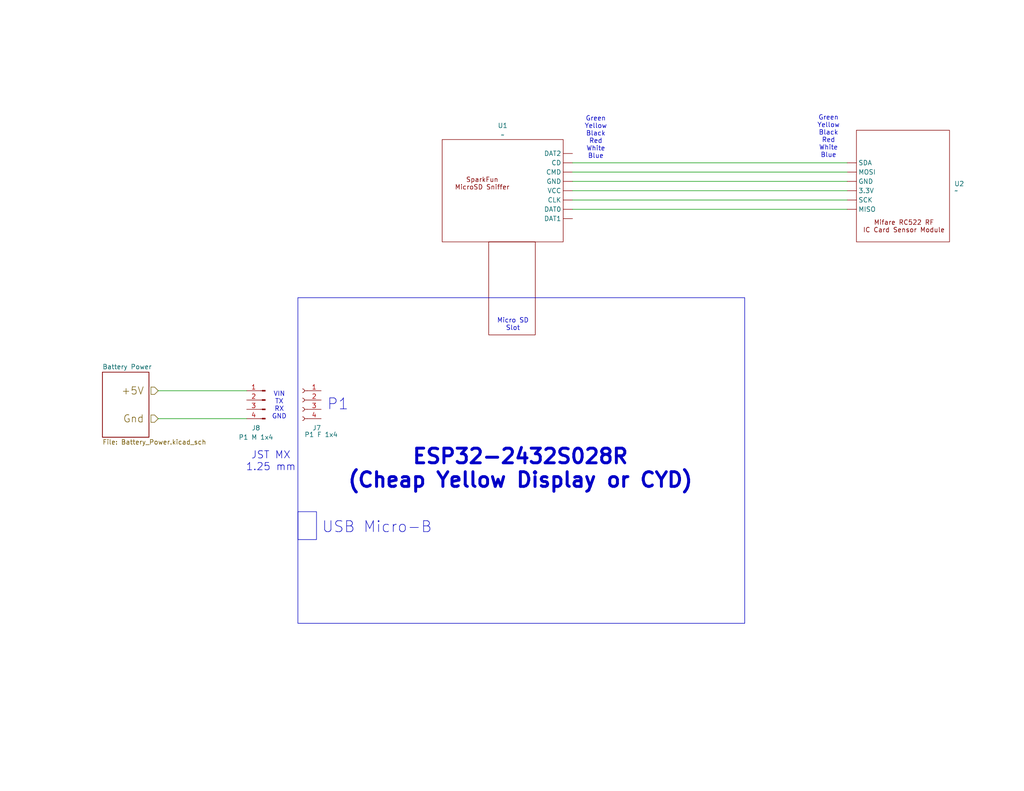
<source format=kicad_sch>
(kicad_sch (version 20250114) (generator "eeschema") (generator_version "9.0")
  (paper "USLetter")
  (title_block (title "UniRemoteCYD") (date "2025-08-08") (rev "Rev 1.0") (company "https://github.com/Mark-MDO47"))
  (lib_symbols
    (symbol "Connector:Conn_01x04_Pin" (pin_names (offset 1.016) (hide yes))
      (property "Reference" "J" (at 0 5.08 0))
      (property "Value" "Conn_01x04_Pin" (at 0 -7.62 0))
      (symbol "Conn_01x04_Pin_1_1"
        (rectangle (start 0.8636 2.667) (end 0 2.413) (stroke (width 0.1524)) (fill (type outline)))
        (rectangle (start 0.8636 0.127) (end 0 -0.127) (stroke (width 0.1524)) (fill (type outline)))
        (rectangle (start 0.8636 -2.413) (end 0 -2.667) (stroke (width 0.1524)) (fill (type outline)))
        (rectangle (start 0.8636 -4.953) (end 0 -5.207) (stroke (width 0.1524)) (fill (type outline)))
        (polyline (pts (xy 1.27 2.54) (xy 0.8636 2.54)) (stroke (width 0.1524)))
        (polyline (pts (xy 1.27 0) (xy 0.8636 0)) (stroke (width 0.1524)))
        (polyline (pts (xy 1.27 -2.54) (xy 0.8636 -2.54)) (stroke (width 0.1524)))
        (polyline (pts (xy 1.27 -5.08) (xy 0.8636 -5.08)) (stroke (width 0.1524)))
        (pin passive line (at 5.08 2.54 180) (length 3.81) (name "Pin_1") (number "1"))
        (pin passive line (at 5.08 0 180) (length 3.81) (name "Pin_2") (number "2"))
        (pin passive line (at 5.08 -2.54 180) (length 3.81) (name "Pin_3") (number "3"))
        (pin passive line (at 5.08 -5.08 180) (length 3.81) (name "Pin_4") (number "4"))
      )
    )
    (symbol "Connector:Conn_01x04_Socket" (pin_names (offset 1.016) (hide yes))
      (property "Reference" "J" (at 0 5.08 0))
      (property "Value" "Conn_01x04_Socket" (at 0 -7.62 0))
      (symbol "Conn_01x04_Socket_1_1"
        (polyline (pts (xy -1.27 2.54) (xy -0.508 2.54)) (stroke (width 0.1524)))
        (polyline (pts (xy -1.27 0) (xy -0.508 0)) (stroke (width 0.1524)))
        (polyline (pts (xy -1.27 -2.54) (xy -0.508 -2.54)) (stroke (width 0.1524)))
        (polyline (pts (xy -1.27 -5.08) (xy -0.508 -5.08)) (stroke (width 0.1524)))
        (arc (start 0 2.032) (mid -0.5058 2.54) (end 0 3.048) (stroke (width 0.1524)))
        (arc (start 0 -0.508) (mid -0.5058 0) (end 0 0.508) (stroke (width 0.1524)))
        (arc (start 0 -3.048) (mid -0.5058 -2.54) (end 0 -2.032) (stroke (width 0.1524)))
        (arc (start 0 -5.588) (mid -0.5058 -5.08) (end 0 -4.572) (stroke (width 0.1524)))
        (pin passive line (at -5.08 2.54 0) (length 3.81) (name "Pin_1") (number "1"))
        (pin passive line (at -5.08 0 0) (length 3.81) (name "Pin_2") (number "2"))
        (pin passive line (at -5.08 -2.54 0) (length 3.81) (name "Pin_3") (number "3"))
        (pin passive line (at -5.08 -5.08 0) (length 3.81) (name "Pin_4") (number "4"))
      )
    )
    (symbol "mdoLibrary:Mifare_RC522_RFID_R/W"
      (property "Reference" "U" (at -0.508 15.24 0))
      (symbol "Mifare_RC522_RFID_R/W_0_1"
        (rectangle (start -12.7 -16.51) (end 12.7 13.97))
      )
      (symbol "Mifare_RC522_RFID_R/W_1_1"
        (text "Mifare RC522 RF\nIC Card Sensor Module" (at 0.254 -12.192 0) (effects (font (size 1.27 1.27))))
        (pin input line (at -15.24 5.08 0) (length 2.54) (name "SDA") (number ""))
        (pin input line (at -15.24 2.54 0) (length 2.54) (name "MOSI") (number ""))
        (pin power_in line (at -15.24 0 0) (length 2.54) (name "GND") (number ""))
        (pin power_in line (at -15.24 -2.54 0) (length 2.54) (name "3.3V") (number ""))
        (pin input line (at -15.24 -5.08 0) (length 2.54) (name "SCK") (number ""))
        (pin output line (at -15.24 -7.62 0) (length 2.54) (name "MISO") (number ""))
      )
    )
    (symbol "mdoLibrary:SparkFun_uSDsniffer" (pin_numbers (hide yes))
      (property "Reference" "U" (at -1.016 18.542 0))
      (symbol "SparkFun_uSDsniffer_0_1"
        (rectangle (start -17.78 16.51) (end 15.24 -11.43))
        (rectangle (start -5.08 -11.43) (end 7.62 -36.83))
      )
      (symbol "SparkFun_uSDsniffer_1_1"
        (text "SparkFun\nMicroSD Sniffer" (at -6.858 4.572 0) (effects (font (size 1.27 1.27))))
        (pin bidirectional line (at 17.78 12.7 180) (length 2.54) (name "DAT2") (number ""))
        (pin output line (at 17.78 10.16 180) (length 2.54) (name "CD") (number ""))
        (pin output line (at 17.78 7.62 180) (length 2.54) (name "CMD") (number ""))
        (pin power_out line (at 17.78 5.08 180) (length 2.54) (name "GND") (number ""))
        (pin power_out line (at 17.78 2.54 180) (length 2.54) (name "VCC") (number ""))
        (pin output line (at 17.78 0 180) (length 2.54) (name "CLK") (number ""))
        (pin bidirectional line (at 17.78 -2.54 180) (length 2.54) (name "DAT0") (number ""))
        (pin bidirectional line (at 17.78 -5.08 180) (length 2.54) (name "DAT1") (number ""))
      )
    )
  )
  (rectangle (start 81.28 81.28) (end 203.2 170.18))
  (rectangle (start 81.28 139.7) (end 86.36 147.32))
  (text "Green\nYellow\nBlack\nRed\nWhite\nBlue" (at 162.56 37.592 0) (effects (font (size 1.27 1.27))))
  (text "ESP32-2432S028R\n(Cheap Yellow Display or CYD)" (at 141.986 128.016 0) (effects (font (size 4 4) (thickness 0.8) (bold yes))))
  (text "JST MX\n1.25 mm" (at 73.914 125.984 0) (effects (font (size 2 2))))
  (text "P1" (at 92.202 110.49 0) (effects (font (size 3 3))))
  (text "VIN\nTX\nRX\nGND" (at 76.2 110.744 0) (effects (font (size 1.27 1.27))))
  (text "Green\nYellow\nBlack\nRed\nWhite\nBlue" (at 226.06 37.338 0) (effects (font (size 1.27 1.27))))
  (text "Micro SD\nSlot" (at 139.954 88.646 0) (effects (font (size 1.27 1.27))))
  (text "USB Micro-B" (at 102.87 144.018 0) (effects (font (size 3 3))))
  (wire (pts (xy 156.21 44.45) (xy 231.14 44.45)))
  (wire (pts (xy 156.21 57.15) (xy 231.14 57.15)))
  (wire (pts (xy 156.21 49.53) (xy 231.14 49.53)))
  (wire (pts (xy 156.21 54.61) (xy 231.14 54.61)))
  (wire (pts (xy 43.18 106.68) (xy 67.31 106.68)))
  (wire (pts (xy 156.21 52.07) (xy 231.14 52.07)))
  (wire (pts (xy 156.21 46.99) (xy 231.14 46.99)))
  (wire (pts (xy 43.18 114.3) (xy 67.31 114.3)))
  (hierarchical_label "+5V " (shape input) (at 43.18 106.68 180) (effects (font (size 2 2))))
  (hierarchical_label "Gnd " (shape input) (at 43.18 114.3 180) (effects (font (size 2 2))))
  (symbol (lib_id "Connector:Conn_01x04_Socket") (at 82.55 109.22 0) (mirror y) (unit 1)
    (property "Reference" "J7" (at 87.63 116.84 0) (effects (justify left)))
    (property "Value" "P1 F 1x4" (at 87.63 119.38 0) (effects (justify bottom)))
  )
  (symbol (lib_id "mdoLibrary:Mifare_RC522_RFID_R/W") (at 246.38 49.53 0) (unit 1)
    (property "Reference" "U2" (at 260.35 50.1649 0) (effects (justify left)))
    (property "Value" "~" (at 260.35 52.07 0) (effects (justify left)))
  )
  (symbol (lib_id "mdoLibrary:SparkFun_uSDsniffer") (at 138.43 54.61 0) (unit 1)
    (property "Reference" "U1" (at 137.16 34.29 0))
    (property "Value" "~" (at 137.16 36.83 0))
  )
  (symbol (lib_id "Connector:Conn_01x04_Pin") (at 72.39 109.22 0) (mirror y) (unit 1)
    (property "Reference" "J8" (at 69.85 116.84 0))
    (property "Value" "P1 M 1x4" (at 69.85 119.38 0))
  )
  (sheet (at 27.94 101.6) (size 12.7 17.78) (stroke (width 0.1524))
    (property "Sheetname" "Battery Power" (at 27.94 100.8884 0) (effects (justify left bottom)))
    (property "Sheetfile" "Battery_Power.kicad_sch" (at 27.94 119.9646 0) (effects (justify left top)))
  )
)
</source>
